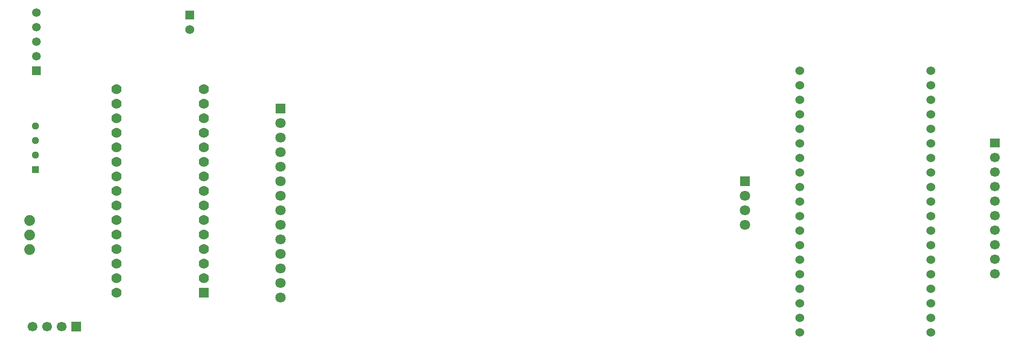
<source format=gtl>
G04 Layer: TopLayer*
G04 EasyEDA v6.4.17, 2021-03-15T19:29:33+07:00*
G04 1d297f51d7db443abc13b46094b112d6,e617fcbdf3ae42ba82bc49894c1518df,10*
G04 Gerber Generator version 0.2*
G04 Scale: 100 percent, Rotated: No, Reflected: No *
G04 Dimensions in millimeters *
G04 leading zeros omitted , absolute positions ,4 integer and 5 decimal *
%FSLAX45Y45*%
%MOMM*%

%ADD11C,1.4986*%
%ADD12R,1.4986X1.4986*%
%ADD13R,1.2954X1.2954*%
%ADD14C,1.2954*%
%ADD15C,1.7780*%
%ADD16R,1.7780X1.7780*%
%ADD17C,1.8796*%
%ADD18C,1.8000*%
%ADD19R,1.8000X1.8000*%
%ADD20C,1.5240*%
%ADD21R,1.5748X1.5748*%
%ADD22C,1.5748*%
%ADD23R,1.7000X1.7000*%
%ADD24C,1.7000*%
%ADD25R,1.7000X1.5748*%

%LPD*%
D11*
G01*
X584200Y6350000D03*
G01*
X584200Y6096000D03*
G01*
X584200Y5842000D03*
G01*
X584200Y5588000D03*
D12*
G01*
X584200Y5334000D03*
D13*
G01*
X571500Y3606800D03*
D14*
G01*
X571500Y3860800D03*
G01*
X571500Y4114800D03*
G01*
X571500Y4368800D03*
D15*
G01*
X1981200Y5016500D03*
G01*
X1981200Y4762500D03*
G01*
X1981200Y4508500D03*
G01*
X1981200Y4254500D03*
G01*
X1981200Y4000500D03*
G01*
X1981200Y3746500D03*
G01*
X1981200Y3492500D03*
G01*
X1981200Y3238500D03*
G01*
X1981200Y2984500D03*
G01*
X1981200Y2730500D03*
G01*
X1981200Y2476500D03*
G01*
X1981200Y2222500D03*
G01*
X1981200Y1968500D03*
G01*
X1981200Y1714500D03*
G01*
X1981200Y1460500D03*
G01*
X3505200Y5016500D03*
G01*
X3505200Y4762500D03*
G01*
X3505200Y4508500D03*
G01*
X3505200Y4254500D03*
G01*
X3505200Y4000500D03*
G01*
X3505200Y3746500D03*
G01*
X3505200Y3492500D03*
G01*
X3505200Y3238500D03*
G01*
X3505200Y2984500D03*
G01*
X3505200Y2730500D03*
G01*
X3505200Y2476500D03*
G01*
X3505200Y2222500D03*
G01*
X3505200Y1968500D03*
G01*
X3505200Y1714500D03*
D16*
G01*
X3505200Y1460500D03*
D17*
G01*
X469900Y2209800D03*
G01*
X469900Y2463800D03*
G01*
X469900Y2717800D03*
D18*
G01*
X4847590Y1373886D03*
G01*
X4847590Y1627886D03*
G01*
X4847590Y1881886D03*
G01*
X4847590Y2135886D03*
G01*
X4847590Y2389886D03*
G01*
X4847590Y2643886D03*
G01*
X4847590Y2897886D03*
G01*
X4847590Y3151631D03*
G01*
X4847590Y3405631D03*
G01*
X4847590Y3659631D03*
G01*
X4847590Y3913631D03*
G01*
X4847590Y4167631D03*
G01*
X4847590Y4421631D03*
D19*
G01*
X4847869Y4675530D03*
D18*
G01*
X12947904Y2643886D03*
G01*
X12947904Y2897886D03*
G01*
X12947904Y3151631D03*
D19*
G01*
X12947904Y3405631D03*
D20*
G01*
X16192500Y762000D03*
G01*
X16192500Y1016000D03*
G01*
X16192500Y1270000D03*
G01*
X16192500Y1524000D03*
G01*
X16192500Y1778000D03*
G01*
X16192500Y2032000D03*
G01*
X16192500Y2286000D03*
G01*
X16192500Y2540000D03*
G01*
X16192500Y2794000D03*
G01*
X16192500Y3048000D03*
G01*
X16192500Y3302000D03*
G01*
X16192500Y3556000D03*
G01*
X16192500Y3810000D03*
G01*
X16192500Y4064000D03*
G01*
X16192500Y4318000D03*
G01*
X16192500Y4572000D03*
G01*
X16192500Y4826000D03*
G01*
X16192500Y5080000D03*
G01*
X16192500Y5334000D03*
G01*
X13906500Y5334000D03*
G01*
X13906500Y5080000D03*
G01*
X13906500Y4826000D03*
G01*
X13906500Y4572000D03*
G01*
X13906500Y4318000D03*
G01*
X13906500Y4064000D03*
G01*
X13906500Y3810000D03*
G01*
X13906500Y3556000D03*
G01*
X13906500Y3302000D03*
G01*
X13906500Y3048000D03*
G01*
X13906500Y2794000D03*
G01*
X13906500Y2540000D03*
G01*
X13906500Y2286000D03*
G01*
X13906500Y2032000D03*
G01*
X13906500Y1778000D03*
G01*
X13906500Y1524000D03*
G01*
X13906500Y1270000D03*
G01*
X13906500Y1016000D03*
G01*
X13906500Y762000D03*
D21*
G01*
X3263900Y6311900D03*
D22*
G01*
X3263900Y6057900D03*
D23*
G01*
X1282700Y863600D03*
D24*
G01*
X1028700Y863600D03*
G01*
X774700Y863600D03*
G01*
X520700Y863600D03*
G01*
X17310100Y1790700D03*
G01*
X17310100Y2044700D03*
G01*
X17310100Y2298700D03*
G01*
X17310100Y2552700D03*
G01*
X17310100Y2806700D03*
G01*
X17310100Y3060700D03*
G01*
X17310100Y3314700D03*
G01*
X17310100Y3568700D03*
G01*
X17310100Y3822700D03*
D25*
G01*
X17310100Y4076700D03*
M02*

</source>
